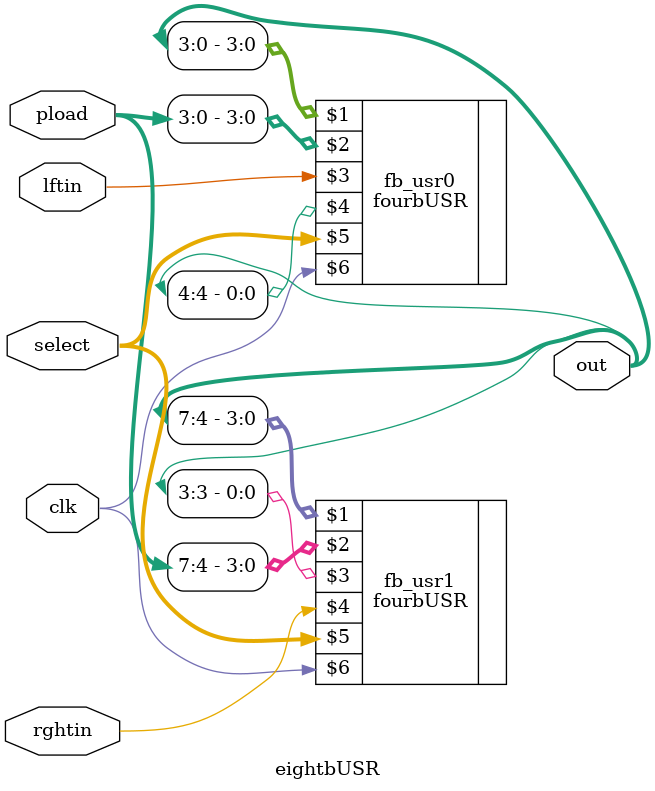
<source format=v>
`include "4bit_USR.v"

module eightbUSR(out,pload,lftin,rghtin,select,clk);

output[7:0] out;

input[7:0] pload;
input lftin,rghtin;
input[1:0] select;
input clk;

fourbUSR fb_usr1(out[7:4],pload[7:4],out[3],rghtin,select,clk);
fourbUSR fb_usr0(out[3:0],pload[3:0],lftin,out[4],select,clk);

endmodule

</source>
